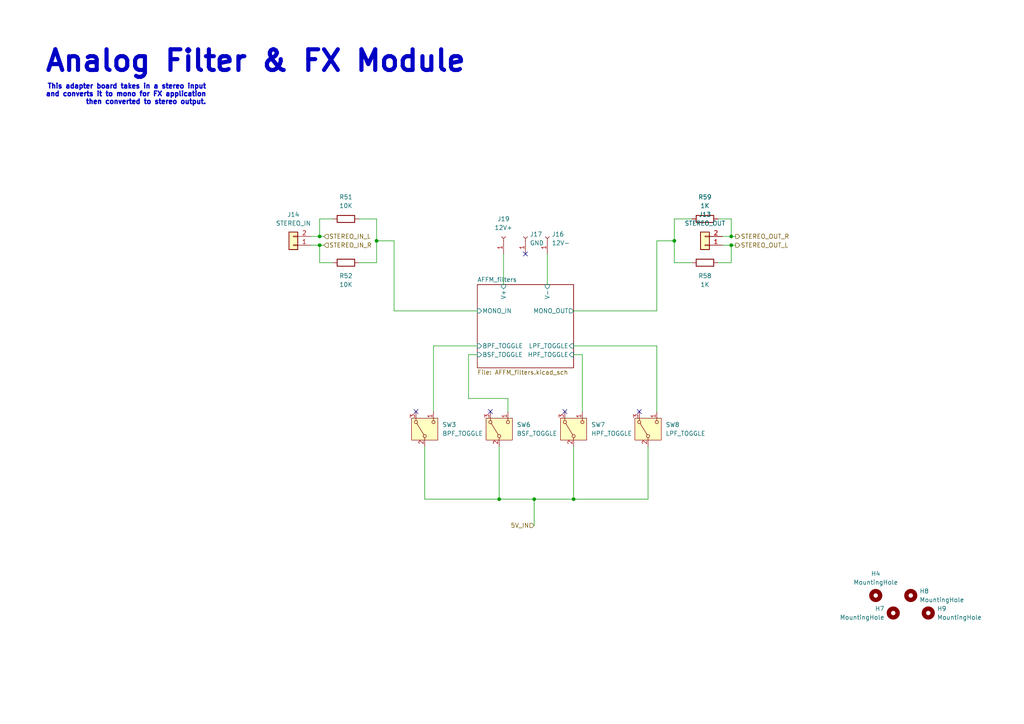
<source format=kicad_sch>
(kicad_sch (version 20250114) (generator "eeschema") (generator_version "9.0")
  (paper "A4")
  (title_block (date "2025-07-21") (rev "2"))
  (lib_symbols
    (symbol "Connector:Conn_01x01_Socket" (pin_names (offset 1.016) (hide yes))
      (property "Reference" "J" (at 0 2.54 0))
      (property "Value" "Conn_01x01_Socket" (at 0 -2.54 0))
      (symbol "Conn_01x01_Socket_1_1"
        (polyline (pts (xy -1.27 0) (xy -0.508 0)) (stroke (width 0.1524)))
        (arc (start 0 -0.508) (mid -0.5058 0) (end 0 0.508) (stroke (width 0.1524)))
        (pin passive line (at -5.08 0 0) (length 3.81) (name "Pin_1") (number "1"))
      )
    )
    (symbol "Connector_Generic:Conn_01x02" (pin_names (offset 1.016) (hide yes))
      (property "Reference" "J" (at 0 2.54 0))
      (property "Value" "Conn_01x02" (at 0 -5.08 0))
      (symbol "Conn_01x02_1_1"
        (rectangle (start -1.27 1.27) (end 1.27 -3.81) (stroke (width 0.254)) (fill (type background)))
        (rectangle (start -1.27 0.127) (end 0 -0.127) (stroke (width 0.1524)))
        (rectangle (start -1.27 -2.413) (end 0 -2.667) (stroke (width 0.1524)))
        (pin passive line (at -5.08 0 0) (length 3.81) (name "Pin_1") (number "1"))
        (pin passive line (at -5.08 -2.54 0) (length 3.81) (name "Pin_2") (number "2"))
      )
    )
    (symbol "Device:R" (pin_numbers (hide yes)) (pin_names (offset 0))
      (property "Reference" "R" (at 2.032 0 90))
      (property "Value" "R" (at 0 0 90))
      (symbol "R_0_1"
        (rectangle (start -1.016 -2.54) (end 1.016 2.54) (stroke (width 0.254)))
      )
      (symbol "R_1_1"
        (pin passive line (at 0 3.81 270) (length 1.27) (name "~") (number "1"))
        (pin passive line (at 0 -3.81 90) (length 1.27) (name "~") (number "2"))
      )
    )
    (symbol "Mechanical:MountingHole" (pin_names (offset 1.016)) (in_bom no)
      (property "Reference" "H" (at 0 5.08 0))
      (property "Value" "MountingHole" (at 0 3.175 0))
      (symbol "MountingHole_0_1"
        (circle (center 0 0) (radius 1.27) (stroke (width 1.27)))
      )
    )
    (symbol "Switch:SW_Nidec_CAS-120A1" (pin_names (offset 1) (hide yes))
      (property "Reference" "SW" (at 0 4.318 0))
      (property "Value" "SW_Nidec_CAS-120A1" (at 0 -5.08 0))
      (symbol "SW_Nidec_CAS-120A1_0_1"
        (circle (center -2.032 0) (radius 0.4572))
        (polyline (pts (xy -1.651 0.254) (xy 1.651 2.286)))
        (circle (center 2.032 2.54) (radius 0.4572))
        (circle (center 2.032 -2.54) (radius 0.4572))
      )
      (symbol "SW_Nidec_CAS-120A1_1_1"
        (rectangle (start -3.175 3.81) (end 3.175 -3.81) (fill (type background)))
        (pin passive line (at -5.08 0 0) (length 2.54) (name "B") (number "2"))
        (pin passive line (at 5.08 2.54 180) (length 2.54) (name "A") (number "3"))
        (pin passive line (at 5.08 -2.54 180) (length 2.54) (name "C") (number "1"))
      )
    )
  )
  (text "This adapter board takes in a stereo input\nand converts it to mono for FX application\nthen converted to stereo output." (at 59.944 30.48 0) (effects (font (size 1.397 1.397) (thickness 1.1989) (bold yes)) (justify right bottom)))
  (text "Analog Filter & FX Module" (at 12.7 21.336 0) (effects (font (size 5.9944 5.9944) (thickness 1.1989) (bold yes)) (justify left bottom)))
  (junction (at 92.71 68.58))
  (junction (at 154.94 144.78))
  (junction (at 92.71 71.12))
  (junction (at 144.78 144.78))
  (junction (at 212.09 71.12))
  (junction (at 166.37 144.78))
  (junction (at 195.58 69.85))
  (junction (at 109.22 69.85))
  (junction (at 212.09 68.58))
  (no_connect (at 142.24 119.38))
  (no_connect (at 120.65 119.38))
  (no_connect (at 163.83 119.38))
  (no_connect (at 152.4 73.66))
  (no_connect (at 185.42 119.38))
  (wire (pts (xy 190.5 90.17) (xy 190.5 69.85)))
  (wire (pts (xy 158.75 73.66) (xy 158.75 82.55)))
  (wire (pts (xy 195.58 63.5) (xy 195.58 69.85)))
  (wire (pts (xy 109.22 69.85) (xy 109.22 76.2)))
  (wire (pts (xy 92.71 71.12) (xy 90.17 71.12)))
  (wire (pts (xy 96.52 63.5) (xy 92.71 63.5)))
  (wire (pts (xy 166.37 100.33) (xy 190.5 100.33)))
  (wire (pts (xy 114.3 90.17) (xy 138.43 90.17)))
  (wire (pts (xy 109.22 76.2) (xy 104.14 76.2)))
  (wire (pts (xy 212.09 76.2) (xy 212.09 71.12)))
  (wire (pts (xy 168.91 102.87) (xy 168.91 119.38)))
  (wire (pts (xy 212.09 63.5) (xy 212.09 68.58)))
  (wire (pts (xy 166.37 144.78) (xy 166.37 129.54)))
  (wire (pts (xy 92.71 76.2) (xy 92.71 71.12)))
  (wire (pts (xy 123.19 144.78) (xy 123.19 129.54)))
  (wire (pts (xy 109.22 63.5) (xy 109.22 69.85)))
  (wire (pts (xy 187.96 129.54) (xy 187.96 144.78)))
  (wire (pts (xy 208.28 76.2) (xy 212.09 76.2)))
  (wire (pts (xy 195.58 63.5) (xy 200.66 63.5)))
  (wire (pts (xy 166.37 90.17) (xy 190.5 90.17)))
  (wire (pts (xy 190.5 100.33) (xy 190.5 119.38)))
  (wire (pts (xy 154.94 152.4) (xy 154.94 144.78)))
  (wire (pts (xy 213.36 71.12) (xy 212.09 71.12)))
  (wire (pts (xy 154.94 144.78) (xy 166.37 144.78)))
  (wire (pts (xy 93.98 68.58) (xy 92.71 68.58)))
  (wire (pts (xy 144.78 144.78) (xy 123.19 144.78)))
  (wire (pts (xy 144.78 144.78) (xy 144.78 129.54)))
  (wire (pts (xy 93.98 71.12) (xy 92.71 71.12)))
  (wire (pts (xy 96.52 76.2) (xy 92.71 76.2)))
  (wire (pts (xy 168.91 102.87) (xy 166.37 102.87)))
  (wire (pts (xy 144.78 144.78) (xy 154.94 144.78)))
  (wire (pts (xy 195.58 69.85) (xy 195.58 76.2)))
  (wire (pts (xy 187.96 144.78) (xy 166.37 144.78)))
  (wire (pts (xy 213.36 68.58) (xy 212.09 68.58)))
  (wire (pts (xy 138.43 100.33) (xy 125.73 100.33)))
  (wire (pts (xy 114.3 90.17) (xy 114.3 69.85)))
  (wire (pts (xy 146.05 73.66) (xy 146.05 82.55)))
  (wire (pts (xy 208.28 63.5) (xy 212.09 63.5)))
  (wire (pts (xy 92.71 63.5) (xy 92.71 68.58)))
  (wire (pts (xy 135.89 102.87) (xy 138.43 102.87)))
  (wire (pts (xy 200.66 76.2) (xy 195.58 76.2)))
  (wire (pts (xy 109.22 69.85) (xy 114.3 69.85)))
  (wire (pts (xy 209.55 68.58) (xy 212.09 68.58)))
  (wire (pts (xy 92.71 68.58) (xy 90.17 68.58)))
  (wire (pts (xy 147.32 115.57) (xy 147.32 119.38)))
  (wire (pts (xy 135.89 115.57) (xy 147.32 115.57)))
  (wire (pts (xy 135.89 102.87) (xy 135.89 115.57)))
  (wire (pts (xy 209.55 71.12) (xy 212.09 71.12)))
  (wire (pts (xy 190.5 69.85) (xy 195.58 69.85)))
  (wire (pts (xy 104.14 63.5) (xy 109.22 63.5)))
  (wire (pts (xy 125.73 100.33) (xy 125.73 119.38)))
  (hierarchical_label "STEREO_OUT_R" (shape output) (at 213.36 68.58 0))
  (hierarchical_label "STEREO_IN_L" (shape input) (at 93.98 68.58 0))
  (hierarchical_label "5V_IN" (shape input) (at 154.94 152.4 180))
  (hierarchical_label "STEREO_IN_R" (shape input) (at 93.98 71.12 0))
  (hierarchical_label "STEREO_OUT_L" (shape output) (at 213.36 71.12 0))
  (symbol (lib_id "Mechanical:MountingHole") (at 254 172.72 0) (unit 1) (in_bom no)
    (property "Reference" "H4" (at 254 166.37 0))
    (property "Value" "MountingHole" (at 254 168.91 0))
    (property "Footprint" "MountingHole:MountingHole_3.2mm_M3" (effects (hide yes)))
    (property "Description" "Mounting Hole without connection" (effects (hide yes)))
  )
  (symbol (lib_id "Device:R") (at 100.33 63.5 90) (unit 1)
    (property "Reference" "R51" (at 100.33 57.15 90))
    (property "Value" "10K" (at 100.33 59.69 90))
    (property "Footprint" "Resistor_SMD:R_0805_2012Metric_Pad1.20x1.40mm_HandSolder" (effects (hide yes)))
    (property "Description" "Resistor" (effects (hide yes)))
    (property "DigiKey_Part_Number" "311-10.0KCRCT-ND" (effects (hide yes)))
    (property "Price" "0.0129" (effects (hide yes)))
  )
  (symbol (lib_id "Switch:SW_Nidec_CAS-120A1") (at 166.37 124.46 90) (unit 1)
    (property "Reference" "SW7" (at 171.45 123.1899 90) (effects (justify right)))
    (property "Value" "HPF_TOGGLE" (at 171.45 125.7299 90) (effects (justify right)))
    (property "Footprint" "Button_Switch_SMD:Nidec_Copal_CAS-120A" (effects (hide yes)))
    (property "Datasheet" "https://www.nidec-components.com/e/catalog/switch/cas.pdf" (effects (hide yes)))
    (property "Description" "Switch, single pole double throw" (effects (hide yes)))
  )
  (symbol (lib_id "Device:R") (at 204.47 63.5 270) (unit 1)
    (property "Reference" "R59" (at 204.47 57.15 90))
    (property "Value" "1K" (at 204.47 59.69 90))
    (property "Footprint" "Resistor_SMD:R_0805_2012Metric_Pad1.20x1.40mm_HandSolder" (effects (hide yes)))
    (property "Description" "Resistor" (effects (hide yes)))
    (property "DigiKey_Part_Number" "311-10.0KCRCT-ND" (effects (hide yes)))
    (property "Price" "0.0129" (effects (hide yes)))
  )
  (symbol (lib_id "Switch:SW_Nidec_CAS-120A1") (at 123.19 124.46 90) (unit 1)
    (property "Reference" "SW3" (at 128.27 123.1899 90) (effects (justify right)))
    (property "Value" "BPF_TOGGLE" (at 128.27 125.7299 90) (effects (justify right)))
    (property "Footprint" "Button_Switch_SMD:Nidec_Copal_CAS-120A" (effects (hide yes)))
    (property "Datasheet" "https://www.nidec-components.com/e/catalog/switch/cas.pdf" (effects (hide yes)))
    (property "Description" "Switch, single pole double throw" (effects (hide yes)))
  )
  (symbol (lib_id "Connector:Conn_01x01_Socket") (at 158.75 68.58 270) (mirror x) (unit 1)
    (property "Reference" "J16" (at 160.02 67.9449 90) (effects (justify left)))
    (property "Value" "12V-" (at 160.02 70.4849 90) (effects (justify left)))
    (property "Footprint" "Connector:Banana_Jack_1Pin" (effects (hide yes)))
    (property "Description" "Generic connector, single row, 01x01, script generated" (effects (hide yes)))
  )
  (symbol (lib_id "Device:R") (at 204.47 76.2 270) (unit 1)
    (property "Reference" "R58" (at 204.47 80.01 90))
    (property "Value" "1K" (at 204.47 82.55 90))
    (property "Footprint" "Resistor_SMD:R_0805_2012Metric_Pad1.20x1.40mm_HandSolder" (effects (hide yes)))
    (property "Description" "Resistor" (effects (hide yes)))
    (property "DigiKey_Part_Number" "311-10.0KCRCT-ND" (effects (hide yes)))
    (property "Price" "0.0129" (effects (hide yes)))
  )
  (symbol (lib_id "Device:R") (at 100.33 76.2 90) (unit 1)
    (property "Reference" "R52" (at 100.33 80.01 90))
    (property "Value" "10K" (at 100.33 82.55 90))
    (property "Footprint" "Resistor_SMD:R_0805_2012Metric_Pad1.20x1.40mm_HandSolder" (effects (hide yes)))
    (property "Description" "Resistor" (effects (hide yes)))
    (property "DigiKey_Part_Number" "311-10.0KCRCT-ND" (effects (hide yes)))
    (property "Price" "0.0129" (effects (hide yes)))
  )
  (symbol (lib_id "Mechanical:MountingHole") (at 259.08 177.8 0) (unit 1) (in_bom no)
    (property "Reference" "H7" (at 256.54 176.5299 0) (effects (justify right)))
    (property "Value" "MountingHole" (at 256.54 179.0699 0) (effects (justify right)))
    (property "Footprint" "MountingHole:MountingHole_3.2mm_M3" (effects (hide yes)))
    (property "Description" "Mounting Hole without connection" (effects (hide yes)))
  )
  (symbol (lib_id "Connector_Generic:Conn_01x02") (at 85.09 71.12 180) (unit 1)
    (property "Reference" "J14" (at 85.09 62.23 0))
    (property "Value" "STEREO_IN" (at 85.09 64.77 0))
    (property "Footprint" "Connector_PinHeader_1.00mm:PinHeader_1x02_P1.00mm_Vertical" (effects (hide yes)))
    (property "Description" "Generic connector, single row, 01x02, script generated (kicad-library-utils/schlib/autogen/connector/)" (effects (hide yes)))
  )
  (symbol (lib_id "Switch:SW_Nidec_CAS-120A1") (at 144.78 124.46 90) (unit 1)
    (property "Reference" "SW6" (at 149.86 123.1899 90) (effects (justify right)))
    (property "Value" "BSF_TOGGLE" (at 149.86 125.7299 90) (effects (justify right)))
    (property "Footprint" "Button_Switch_SMD:Nidec_Copal_CAS-120A" (effects (hide yes)))
    (property "Datasheet" "https://www.nidec-components.com/e/catalog/switch/cas.pdf" (effects (hide yes)))
    (property "Description" "Switch, single pole double throw" (effects (hide yes)))
  )
  (symbol (lib_id "Switch:SW_Nidec_CAS-120A1") (at 187.96 124.46 90) (unit 1)
    (property "Reference" "SW8" (at 193.04 123.1899 90) (effects (justify right)))
    (property "Value" "LPF_TOGGLE" (at 193.04 125.7299 90) (effects (justify right)))
    (property "Footprint" "Button_Switch_SMD:Nidec_Copal_CAS-120A" (effects (hide yes)))
    (property "Datasheet" "https://www.nidec-components.com/e/catalog/switch/cas.pdf" (effects (hide yes)))
    (property "Description" "Switch, single pole double throw" (effects (hide yes)))
  )
  (symbol (lib_id "Mechanical:MountingHole") (at 269.24 177.8 0) (unit 1) (in_bom no)
    (property "Reference" "H9" (at 271.78 176.5299 0) (effects (justify left)))
    (property "Value" "MountingHole" (at 271.78 179.0699 0) (effects (justify left)))
    (property "Footprint" "MountingHole:MountingHole_3.2mm_M3" (effects (hide yes)))
    (property "Description" "Mounting Hole without connection" (effects (hide yes)))
  )
  (symbol (lib_id "Mechanical:MountingHole") (at 264.16 172.72 0) (unit 1) (in_bom no)
    (property "Reference" "H8" (at 266.7 171.4499 0) (effects (justify left)))
    (property "Value" "MountingHole" (at 266.7 173.9899 0) (effects (justify left)))
    (property "Footprint" "MountingHole:MountingHole_3.2mm_M3" (effects (hide yes)))
    (property "Description" "Mounting Hole without connection" (effects (hide yes)))
  )
  (symbol (lib_id "Connector_Generic:Conn_01x02") (at 204.47 71.12 180) (unit 1)
    (property "Reference" "J13" (at 204.47 62.23 0))
    (property "Value" "STEREO_OUT" (at 204.47 64.77 0))
    (property "Footprint" "Connector_PinHeader_1.00mm:PinHeader_1x02_P1.00mm_Vertical" (effects (hide yes)))
    (property "Description" "Generic connector, single row, 01x02, script generated (kicad-library-utils/schlib/autogen/connector/)" (effects (hide yes)))
  )
  (symbol (lib_id "Connector:Conn_01x01_Socket") (at 146.05 68.58 90) (unit 1)
    (property "Reference" "J19" (at 146.05 63.5 90))
    (property "Value" "12V+" (at 146.05 66.04 90))
    (property "Footprint" "Connector:Banana_Jack_1Pin" (effects (hide yes)))
    (property "Description" "Generic connector, single row, 01x01, script generated" (effects (hide yes)))
  )
  (symbol (lib_id "Connector:Conn_01x01_Socket") (at 152.4 68.58 90) (unit 1)
    (property "Reference" "J17" (at 153.67 67.9449 90) (effects (justify right)))
    (property "Value" "GND" (at 153.67 70.4849 90) (effects (justify right)))
    (property "Footprint" "Connector:Banana_Jack_1Pin" (effects (hide yes)))
    (property "Description" "Generic connector, single row, 01x01, script generated" (effects (hide yes)))
  )
  (sheet (at 138.43 82.55) (size 27.94 24.13) (stroke (width 0.1524))
    (property "Sheetname" "AFFM_filters" (at 138.43 81.8384 0) (effects (justify left bottom)))
    (property "Sheetfile" "AFFM_filters.kicad_sch" (at 138.43 107.2646 0) (effects (justify left top)))
    (pin "LPF_TOGGLE" input (at 166.37 100.33 0))
    (pin "HPF_TOGGLE" input (at 166.37 102.87 0))
    (pin "MONO_IN" input (at 138.43 90.17 180))
    (pin "BPF_TOGGLE" input (at 138.43 100.33 180))
    (pin "MONO_OUT" output (at 166.37 90.17 0))
    (pin "BSF_TOGGLE" input (at 138.43 102.87 180))
    (pin "V+" input (at 146.05 82.55 90))
    (pin "V-" input (at 158.75 82.55 90))
  )
)
</source>
